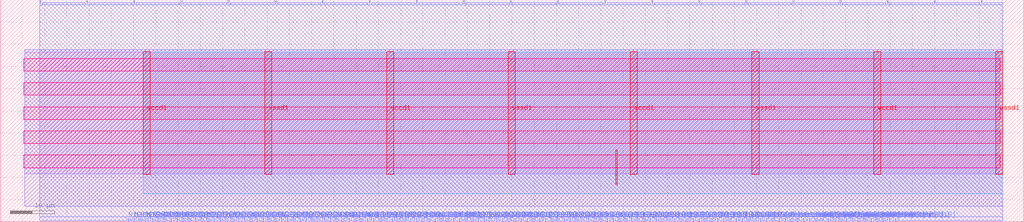
<source format=lef>
VERSION 5.7 ;
  NOWIREEXTENSIONATPIN ON ;
  DIVIDERCHAR "/" ;
  BUSBITCHARS "[]" ;
MACRO N_term_single
  CLASS BLOCK ;
  FOREIGN N_term_single ;
  ORIGIN 0.000 0.000 ;
  SIZE 230.000 BY 50.000 ;
  PIN Ci
    DIRECTION INPUT ;
    USE SIGNAL ;
    PORT
      LAYER met2 ;
        RECT 173.510 0.000 173.790 0.800 ;
    END
  END Ci
  PIN FrameStrobe[0]
    DIRECTION INPUT ;
    USE SIGNAL ;
    ANTENNAGATEAREA 0.196500 ;
    PORT
      LAYER met2 ;
        RECT 174.890 0.000 175.170 0.800 ;
    END
  END FrameStrobe[0]
  PIN FrameStrobe[10]
    DIRECTION INPUT ;
    USE SIGNAL ;
    ANTENNAGATEAREA 0.196500 ;
    PORT
      LAYER met2 ;
        RECT 188.690 0.000 188.970 0.800 ;
    END
  END FrameStrobe[10]
  PIN FrameStrobe[11]
    DIRECTION INPUT ;
    USE SIGNAL ;
    ANTENNAGATEAREA 0.196500 ;
    PORT
      LAYER met2 ;
        RECT 190.070 0.000 190.350 0.800 ;
    END
  END FrameStrobe[11]
  PIN FrameStrobe[12]
    DIRECTION INPUT ;
    USE SIGNAL ;
    ANTENNAGATEAREA 0.196500 ;
    PORT
      LAYER met2 ;
        RECT 191.450 0.000 191.730 0.800 ;
    END
  END FrameStrobe[12]
  PIN FrameStrobe[13]
    DIRECTION INPUT ;
    USE SIGNAL ;
    ANTENNAGATEAREA 0.196500 ;
    PORT
      LAYER met2 ;
        RECT 192.830 0.000 193.110 0.800 ;
    END
  END FrameStrobe[13]
  PIN FrameStrobe[14]
    DIRECTION INPUT ;
    USE SIGNAL ;
    ANTENNAGATEAREA 0.196500 ;
    PORT
      LAYER met2 ;
        RECT 194.210 0.000 194.490 0.800 ;
    END
  END FrameStrobe[14]
  PIN FrameStrobe[15]
    DIRECTION INPUT ;
    USE SIGNAL ;
    ANTENNAGATEAREA 0.196500 ;
    PORT
      LAYER met2 ;
        RECT 195.590 0.000 195.870 0.800 ;
    END
  END FrameStrobe[15]
  PIN FrameStrobe[16]
    DIRECTION INPUT ;
    USE SIGNAL ;
    ANTENNAGATEAREA 0.196500 ;
    PORT
      LAYER met2 ;
        RECT 196.970 0.000 197.250 0.800 ;
    END
  END FrameStrobe[16]
  PIN FrameStrobe[17]
    DIRECTION INPUT ;
    USE SIGNAL ;
    ANTENNAGATEAREA 0.196500 ;
    PORT
      LAYER met2 ;
        RECT 198.350 0.000 198.630 0.800 ;
    END
  END FrameStrobe[17]
  PIN FrameStrobe[18]
    DIRECTION INPUT ;
    USE SIGNAL ;
    ANTENNAGATEAREA 0.196500 ;
    PORT
      LAYER met2 ;
        RECT 199.730 0.000 200.010 0.800 ;
    END
  END FrameStrobe[18]
  PIN FrameStrobe[19]
    DIRECTION INPUT ;
    USE SIGNAL ;
    ANTENNAGATEAREA 0.196500 ;
    PORT
      LAYER met2 ;
        RECT 201.110 0.000 201.390 0.800 ;
    END
  END FrameStrobe[19]
  PIN FrameStrobe[1]
    DIRECTION INPUT ;
    USE SIGNAL ;
    ANTENNAGATEAREA 0.196500 ;
    PORT
      LAYER met2 ;
        RECT 176.270 0.000 176.550 0.800 ;
    END
  END FrameStrobe[1]
  PIN FrameStrobe[2]
    DIRECTION INPUT ;
    USE SIGNAL ;
    ANTENNAGATEAREA 0.196500 ;
    PORT
      LAYER met2 ;
        RECT 177.650 0.000 177.930 0.800 ;
    END
  END FrameStrobe[2]
  PIN FrameStrobe[3]
    DIRECTION INPUT ;
    USE SIGNAL ;
    ANTENNAGATEAREA 0.196500 ;
    PORT
      LAYER met2 ;
        RECT 179.030 0.000 179.310 0.800 ;
    END
  END FrameStrobe[3]
  PIN FrameStrobe[4]
    DIRECTION INPUT ;
    USE SIGNAL ;
    ANTENNAGATEAREA 0.196500 ;
    PORT
      LAYER met2 ;
        RECT 180.410 0.000 180.690 0.800 ;
    END
  END FrameStrobe[4]
  PIN FrameStrobe[5]
    DIRECTION INPUT ;
    USE SIGNAL ;
    ANTENNAGATEAREA 0.196500 ;
    PORT
      LAYER met2 ;
        RECT 181.790 0.000 182.070 0.800 ;
    END
  END FrameStrobe[5]
  PIN FrameStrobe[6]
    DIRECTION INPUT ;
    USE SIGNAL ;
    ANTENNAGATEAREA 0.196500 ;
    PORT
      LAYER met2 ;
        RECT 183.170 0.000 183.450 0.800 ;
    END
  END FrameStrobe[6]
  PIN FrameStrobe[7]
    DIRECTION INPUT ;
    USE SIGNAL ;
    ANTENNAGATEAREA 0.196500 ;
    PORT
      LAYER met2 ;
        RECT 184.550 0.000 184.830 0.800 ;
    END
  END FrameStrobe[7]
  PIN FrameStrobe[8]
    DIRECTION INPUT ;
    USE SIGNAL ;
    ANTENNAGATEAREA 0.196500 ;
    PORT
      LAYER met2 ;
        RECT 185.930 0.000 186.210 0.800 ;
    END
  END FrameStrobe[8]
  PIN FrameStrobe[9]
    DIRECTION INPUT ;
    USE SIGNAL ;
    ANTENNAGATEAREA 0.196500 ;
    PORT
      LAYER met2 ;
        RECT 187.310 0.000 187.590 0.800 ;
    END
  END FrameStrobe[9]
  PIN FrameStrobe_O[0]
    DIRECTION OUTPUT TRISTATE ;
    USE SIGNAL ;
    ANTENNADIFFAREA 0.795200 ;
    PORT
      LAYER met2 ;
        RECT 19.410 49.200 19.690 50.000 ;
    END
  END FrameStrobe_O[0]
  PIN FrameStrobe_O[10]
    DIRECTION OUTPUT TRISTATE ;
    USE SIGNAL ;
    ANTENNADIFFAREA 0.795200 ;
    PORT
      LAYER met2 ;
        RECT 125.210 49.200 125.490 50.000 ;
    END
  END FrameStrobe_O[10]
  PIN FrameStrobe_O[11]
    DIRECTION OUTPUT TRISTATE ;
    USE SIGNAL ;
    ANTENNADIFFAREA 0.795200 ;
    PORT
      LAYER met2 ;
        RECT 135.790 49.200 136.070 50.000 ;
    END
  END FrameStrobe_O[11]
  PIN FrameStrobe_O[12]
    DIRECTION OUTPUT TRISTATE ;
    USE SIGNAL ;
    ANTENNADIFFAREA 0.795200 ;
    PORT
      LAYER met2 ;
        RECT 146.370 49.200 146.650 50.000 ;
    END
  END FrameStrobe_O[12]
  PIN FrameStrobe_O[13]
    DIRECTION OUTPUT TRISTATE ;
    USE SIGNAL ;
    ANTENNADIFFAREA 0.795200 ;
    PORT
      LAYER met2 ;
        RECT 156.950 49.200 157.230 50.000 ;
    END
  END FrameStrobe_O[13]
  PIN FrameStrobe_O[14]
    DIRECTION OUTPUT TRISTATE ;
    USE SIGNAL ;
    ANTENNADIFFAREA 0.795200 ;
    PORT
      LAYER met2 ;
        RECT 167.530 49.200 167.810 50.000 ;
    END
  END FrameStrobe_O[14]
  PIN FrameStrobe_O[15]
    DIRECTION OUTPUT TRISTATE ;
    USE SIGNAL ;
    ANTENNADIFFAREA 0.795200 ;
    PORT
      LAYER met2 ;
        RECT 178.110 49.200 178.390 50.000 ;
    END
  END FrameStrobe_O[15]
  PIN FrameStrobe_O[16]
    DIRECTION OUTPUT TRISTATE ;
    USE SIGNAL ;
    ANTENNADIFFAREA 0.795200 ;
    PORT
      LAYER met2 ;
        RECT 188.690 49.200 188.970 50.000 ;
    END
  END FrameStrobe_O[16]
  PIN FrameStrobe_O[17]
    DIRECTION OUTPUT TRISTATE ;
    USE SIGNAL ;
    ANTENNADIFFAREA 0.795200 ;
    PORT
      LAYER met2 ;
        RECT 199.270 49.200 199.550 50.000 ;
    END
  END FrameStrobe_O[17]
  PIN FrameStrobe_O[18]
    DIRECTION OUTPUT TRISTATE ;
    USE SIGNAL ;
    ANTENNADIFFAREA 0.795200 ;
    PORT
      LAYER met2 ;
        RECT 209.850 49.200 210.130 50.000 ;
    END
  END FrameStrobe_O[18]
  PIN FrameStrobe_O[19]
    DIRECTION OUTPUT TRISTATE ;
    USE SIGNAL ;
    ANTENNADIFFAREA 0.795200 ;
    PORT
      LAYER met2 ;
        RECT 220.430 49.200 220.710 50.000 ;
    END
  END FrameStrobe_O[19]
  PIN FrameStrobe_O[1]
    DIRECTION OUTPUT TRISTATE ;
    USE SIGNAL ;
    ANTENNADIFFAREA 0.795200 ;
    PORT
      LAYER met2 ;
        RECT 29.990 49.200 30.270 50.000 ;
    END
  END FrameStrobe_O[1]
  PIN FrameStrobe_O[2]
    DIRECTION OUTPUT TRISTATE ;
    USE SIGNAL ;
    ANTENNADIFFAREA 0.795200 ;
    PORT
      LAYER met2 ;
        RECT 40.570 49.200 40.850 50.000 ;
    END
  END FrameStrobe_O[2]
  PIN FrameStrobe_O[3]
    DIRECTION OUTPUT TRISTATE ;
    USE SIGNAL ;
    ANTENNADIFFAREA 0.795200 ;
    PORT
      LAYER met2 ;
        RECT 51.150 49.200 51.430 50.000 ;
    END
  END FrameStrobe_O[3]
  PIN FrameStrobe_O[4]
    DIRECTION OUTPUT TRISTATE ;
    USE SIGNAL ;
    ANTENNADIFFAREA 0.795200 ;
    PORT
      LAYER met2 ;
        RECT 61.730 49.200 62.010 50.000 ;
    END
  END FrameStrobe_O[4]
  PIN FrameStrobe_O[5]
    DIRECTION OUTPUT TRISTATE ;
    USE SIGNAL ;
    ANTENNADIFFAREA 0.795200 ;
    PORT
      LAYER met2 ;
        RECT 72.310 49.200 72.590 50.000 ;
    END
  END FrameStrobe_O[5]
  PIN FrameStrobe_O[6]
    DIRECTION OUTPUT TRISTATE ;
    USE SIGNAL ;
    ANTENNADIFFAREA 0.795200 ;
    PORT
      LAYER met2 ;
        RECT 82.890 49.200 83.170 50.000 ;
    END
  END FrameStrobe_O[6]
  PIN FrameStrobe_O[7]
    DIRECTION OUTPUT TRISTATE ;
    USE SIGNAL ;
    ANTENNADIFFAREA 0.795200 ;
    PORT
      LAYER met2 ;
        RECT 93.470 49.200 93.750 50.000 ;
    END
  END FrameStrobe_O[7]
  PIN FrameStrobe_O[8]
    DIRECTION OUTPUT TRISTATE ;
    USE SIGNAL ;
    ANTENNADIFFAREA 0.795200 ;
    PORT
      LAYER met2 ;
        RECT 104.050 49.200 104.330 50.000 ;
    END
  END FrameStrobe_O[8]
  PIN FrameStrobe_O[9]
    DIRECTION OUTPUT TRISTATE ;
    USE SIGNAL ;
    ANTENNADIFFAREA 0.795200 ;
    PORT
      LAYER met2 ;
        RECT 114.630 49.200 114.910 50.000 ;
    END
  END FrameStrobe_O[9]
  PIN N1END[0]
    DIRECTION INPUT ;
    USE SIGNAL ;
    ANTENNAGATEAREA 0.196500 ;
    PORT
      LAYER met2 ;
        RECT 28.610 0.000 28.890 0.800 ;
    END
  END N1END[0]
  PIN N1END[1]
    DIRECTION INPUT ;
    USE SIGNAL ;
    ANTENNAGATEAREA 0.196500 ;
    PORT
      LAYER met2 ;
        RECT 29.990 0.000 30.270 0.800 ;
    END
  END N1END[1]
  PIN N1END[2]
    DIRECTION INPUT ;
    USE SIGNAL ;
    ANTENNAGATEAREA 0.196500 ;
    PORT
      LAYER met2 ;
        RECT 31.370 0.000 31.650 0.800 ;
    END
  END N1END[2]
  PIN N1END[3]
    DIRECTION INPUT ;
    USE SIGNAL ;
    ANTENNAGATEAREA 0.196500 ;
    PORT
      LAYER met2 ;
        RECT 32.750 0.000 33.030 0.800 ;
    END
  END N1END[3]
  PIN N2END[0]
    DIRECTION INPUT ;
    USE SIGNAL ;
    ANTENNAGATEAREA 0.196500 ;
    PORT
      LAYER met2 ;
        RECT 45.170 0.000 45.450 0.800 ;
    END
  END N2END[0]
  PIN N2END[1]
    DIRECTION INPUT ;
    USE SIGNAL ;
    ANTENNAGATEAREA 0.196500 ;
    PORT
      LAYER met2 ;
        RECT 46.550 0.000 46.830 0.800 ;
    END
  END N2END[1]
  PIN N2END[2]
    DIRECTION INPUT ;
    USE SIGNAL ;
    ANTENNAGATEAREA 0.196500 ;
    PORT
      LAYER met2 ;
        RECT 47.930 0.000 48.210 0.800 ;
    END
  END N2END[2]
  PIN N2END[3]
    DIRECTION INPUT ;
    USE SIGNAL ;
    ANTENNAGATEAREA 0.196500 ;
    PORT
      LAYER met2 ;
        RECT 49.310 0.000 49.590 0.800 ;
    END
  END N2END[3]
  PIN N2END[4]
    DIRECTION INPUT ;
    USE SIGNAL ;
    ANTENNAGATEAREA 0.196500 ;
    PORT
      LAYER met2 ;
        RECT 50.690 0.000 50.970 0.800 ;
    END
  END N2END[4]
  PIN N2END[5]
    DIRECTION INPUT ;
    USE SIGNAL ;
    ANTENNAGATEAREA 0.196500 ;
    PORT
      LAYER met2 ;
        RECT 52.070 0.000 52.350 0.800 ;
    END
  END N2END[5]
  PIN N2END[6]
    DIRECTION INPUT ;
    USE SIGNAL ;
    ANTENNAGATEAREA 0.196500 ;
    PORT
      LAYER met2 ;
        RECT 53.450 0.000 53.730 0.800 ;
    END
  END N2END[6]
  PIN N2END[7]
    DIRECTION INPUT ;
    USE SIGNAL ;
    ANTENNAGATEAREA 0.196500 ;
    PORT
      LAYER met2 ;
        RECT 54.830 0.000 55.110 0.800 ;
    END
  END N2END[7]
  PIN N2MID[0]
    DIRECTION INPUT ;
    USE SIGNAL ;
    ANTENNAGATEAREA 0.196500 ;
    PORT
      LAYER met2 ;
        RECT 34.130 0.000 34.410 0.800 ;
    END
  END N2MID[0]
  PIN N2MID[1]
    DIRECTION INPUT ;
    USE SIGNAL ;
    ANTENNAGATEAREA 0.196500 ;
    PORT
      LAYER met2 ;
        RECT 35.510 0.000 35.790 0.800 ;
    END
  END N2MID[1]
  PIN N2MID[2]
    DIRECTION INPUT ;
    USE SIGNAL ;
    ANTENNAGATEAREA 0.196500 ;
    PORT
      LAYER met2 ;
        RECT 36.890 0.000 37.170 0.800 ;
    END
  END N2MID[2]
  PIN N2MID[3]
    DIRECTION INPUT ;
    USE SIGNAL ;
    ANTENNAGATEAREA 0.196500 ;
    PORT
      LAYER met2 ;
        RECT 38.270 0.000 38.550 0.800 ;
    END
  END N2MID[3]
  PIN N2MID[4]
    DIRECTION INPUT ;
    USE SIGNAL ;
    ANTENNAGATEAREA 0.196500 ;
    PORT
      LAYER met2 ;
        RECT 39.650 0.000 39.930 0.800 ;
    END
  END N2MID[4]
  PIN N2MID[5]
    DIRECTION INPUT ;
    USE SIGNAL ;
    ANTENNAGATEAREA 0.196500 ;
    PORT
      LAYER met2 ;
        RECT 41.030 0.000 41.310 0.800 ;
    END
  END N2MID[5]
  PIN N2MID[6]
    DIRECTION INPUT ;
    USE SIGNAL ;
    ANTENNAGATEAREA 0.196500 ;
    PORT
      LAYER met2 ;
        RECT 42.410 0.000 42.690 0.800 ;
    END
  END N2MID[6]
  PIN N2MID[7]
    DIRECTION INPUT ;
    USE SIGNAL ;
    ANTENNAGATEAREA 0.196500 ;
    PORT
      LAYER met2 ;
        RECT 43.790 0.000 44.070 0.800 ;
    END
  END N2MID[7]
  PIN N4END[0]
    DIRECTION INPUT ;
    USE SIGNAL ;
    ANTENNAGATEAREA 0.196500 ;
    PORT
      LAYER met2 ;
        RECT 56.210 0.000 56.490 0.800 ;
    END
  END N4END[0]
  PIN N4END[10]
    DIRECTION INPUT ;
    USE SIGNAL ;
    ANTENNAGATEAREA 0.196500 ;
    PORT
      LAYER met2 ;
        RECT 70.010 0.000 70.290 0.800 ;
    END
  END N4END[10]
  PIN N4END[11]
    DIRECTION INPUT ;
    USE SIGNAL ;
    ANTENNAGATEAREA 0.196500 ;
    PORT
      LAYER met2 ;
        RECT 71.390 0.000 71.670 0.800 ;
    END
  END N4END[11]
  PIN N4END[12]
    DIRECTION INPUT ;
    USE SIGNAL ;
    ANTENNAGATEAREA 0.196500 ;
    PORT
      LAYER met2 ;
        RECT 72.770 0.000 73.050 0.800 ;
    END
  END N4END[12]
  PIN N4END[13]
    DIRECTION INPUT ;
    USE SIGNAL ;
    ANTENNAGATEAREA 0.196500 ;
    PORT
      LAYER met2 ;
        RECT 74.150 0.000 74.430 0.800 ;
    END
  END N4END[13]
  PIN N4END[14]
    DIRECTION INPUT ;
    USE SIGNAL ;
    ANTENNAGATEAREA 0.196500 ;
    PORT
      LAYER met2 ;
        RECT 75.530 0.000 75.810 0.800 ;
    END
  END N4END[14]
  PIN N4END[15]
    DIRECTION INPUT ;
    USE SIGNAL ;
    ANTENNAGATEAREA 0.196500 ;
    PORT
      LAYER met2 ;
        RECT 76.910 0.000 77.190 0.800 ;
    END
  END N4END[15]
  PIN N4END[1]
    DIRECTION INPUT ;
    USE SIGNAL ;
    ANTENNAGATEAREA 0.196500 ;
    PORT
      LAYER met2 ;
        RECT 57.590 0.000 57.870 0.800 ;
    END
  END N4END[1]
  PIN N4END[2]
    DIRECTION INPUT ;
    USE SIGNAL ;
    ANTENNAGATEAREA 0.196500 ;
    PORT
      LAYER met2 ;
        RECT 58.970 0.000 59.250 0.800 ;
    END
  END N4END[2]
  PIN N4END[3]
    DIRECTION INPUT ;
    USE SIGNAL ;
    ANTENNAGATEAREA 0.196500 ;
    PORT
      LAYER met2 ;
        RECT 60.350 0.000 60.630 0.800 ;
    END
  END N4END[3]
  PIN N4END[4]
    DIRECTION INPUT ;
    USE SIGNAL ;
    ANTENNAGATEAREA 0.196500 ;
    PORT
      LAYER met2 ;
        RECT 61.730 0.000 62.010 0.800 ;
    END
  END N4END[4]
  PIN N4END[5]
    DIRECTION INPUT ;
    USE SIGNAL ;
    ANTENNAGATEAREA 0.196500 ;
    PORT
      LAYER met2 ;
        RECT 63.110 0.000 63.390 0.800 ;
    END
  END N4END[5]
  PIN N4END[6]
    DIRECTION INPUT ;
    USE SIGNAL ;
    ANTENNAGATEAREA 0.196500 ;
    PORT
      LAYER met2 ;
        RECT 64.490 0.000 64.770 0.800 ;
    END
  END N4END[6]
  PIN N4END[7]
    DIRECTION INPUT ;
    USE SIGNAL ;
    ANTENNAGATEAREA 0.196500 ;
    PORT
      LAYER met2 ;
        RECT 65.870 0.000 66.150 0.800 ;
    END
  END N4END[7]
  PIN N4END[8]
    DIRECTION INPUT ;
    USE SIGNAL ;
    ANTENNAGATEAREA 0.196500 ;
    PORT
      LAYER met2 ;
        RECT 67.250 0.000 67.530 0.800 ;
    END
  END N4END[8]
  PIN N4END[9]
    DIRECTION INPUT ;
    USE SIGNAL ;
    ANTENNAGATEAREA 0.196500 ;
    PORT
      LAYER met2 ;
        RECT 68.630 0.000 68.910 0.800 ;
    END
  END N4END[9]
  PIN NN4END[0]
    DIRECTION INPUT ;
    USE SIGNAL ;
    ANTENNAGATEAREA 0.196500 ;
    PORT
      LAYER met2 ;
        RECT 78.290 0.000 78.570 0.800 ;
    END
  END NN4END[0]
  PIN NN4END[10]
    DIRECTION INPUT ;
    USE SIGNAL ;
    ANTENNAGATEAREA 0.196500 ;
    PORT
      LAYER met2 ;
        RECT 92.090 0.000 92.370 0.800 ;
    END
  END NN4END[10]
  PIN NN4END[11]
    DIRECTION INPUT ;
    USE SIGNAL ;
    ANTENNAGATEAREA 0.196500 ;
    PORT
      LAYER met2 ;
        RECT 93.470 0.000 93.750 0.800 ;
    END
  END NN4END[11]
  PIN NN4END[12]
    DIRECTION INPUT ;
    USE SIGNAL ;
    ANTENNAGATEAREA 0.196500 ;
    PORT
      LAYER met2 ;
        RECT 94.850 0.000 95.130 0.800 ;
    END
  END NN4END[12]
  PIN NN4END[13]
    DIRECTION INPUT ;
    USE SIGNAL ;
    ANTENNAGATEAREA 0.196500 ;
    PORT
      LAYER met2 ;
        RECT 96.230 0.000 96.510 0.800 ;
    END
  END NN4END[13]
  PIN NN4END[14]
    DIRECTION INPUT ;
    USE SIGNAL ;
    ANTENNAGATEAREA 0.196500 ;
    PORT
      LAYER met2 ;
        RECT 97.610 0.000 97.890 0.800 ;
    END
  END NN4END[14]
  PIN NN4END[15]
    DIRECTION INPUT ;
    USE SIGNAL ;
    ANTENNAGATEAREA 0.196500 ;
    PORT
      LAYER met2 ;
        RECT 98.990 0.000 99.270 0.800 ;
    END
  END NN4END[15]
  PIN NN4END[1]
    DIRECTION INPUT ;
    USE SIGNAL ;
    ANTENNAGATEAREA 0.196500 ;
    PORT
      LAYER met2 ;
        RECT 79.670 0.000 79.950 0.800 ;
    END
  END NN4END[1]
  PIN NN4END[2]
    DIRECTION INPUT ;
    USE SIGNAL ;
    ANTENNAGATEAREA 0.196500 ;
    PORT
      LAYER met2 ;
        RECT 81.050 0.000 81.330 0.800 ;
    END
  END NN4END[2]
  PIN NN4END[3]
    DIRECTION INPUT ;
    USE SIGNAL ;
    ANTENNAGATEAREA 0.196500 ;
    PORT
      LAYER met2 ;
        RECT 82.430 0.000 82.710 0.800 ;
    END
  END NN4END[3]
  PIN NN4END[4]
    DIRECTION INPUT ;
    USE SIGNAL ;
    ANTENNAGATEAREA 0.196500 ;
    PORT
      LAYER met2 ;
        RECT 83.810 0.000 84.090 0.800 ;
    END
  END NN4END[4]
  PIN NN4END[5]
    DIRECTION INPUT ;
    USE SIGNAL ;
    ANTENNAGATEAREA 0.196500 ;
    PORT
      LAYER met2 ;
        RECT 85.190 0.000 85.470 0.800 ;
    END
  END NN4END[5]
  PIN NN4END[6]
    DIRECTION INPUT ;
    USE SIGNAL ;
    ANTENNAGATEAREA 0.196500 ;
    PORT
      LAYER met2 ;
        RECT 86.570 0.000 86.850 0.800 ;
    END
  END NN4END[6]
  PIN NN4END[7]
    DIRECTION INPUT ;
    USE SIGNAL ;
    ANTENNAGATEAREA 0.196500 ;
    PORT
      LAYER met2 ;
        RECT 87.950 0.000 88.230 0.800 ;
    END
  END NN4END[7]
  PIN NN4END[8]
    DIRECTION INPUT ;
    USE SIGNAL ;
    ANTENNAGATEAREA 0.196500 ;
    PORT
      LAYER met2 ;
        RECT 89.330 0.000 89.610 0.800 ;
    END
  END NN4END[8]
  PIN NN4END[9]
    DIRECTION INPUT ;
    USE SIGNAL ;
    ANTENNAGATEAREA 0.196500 ;
    PORT
      LAYER met2 ;
        RECT 90.710 0.000 90.990 0.800 ;
    END
  END NN4END[9]
  PIN S1BEG[0]
    DIRECTION OUTPUT TRISTATE ;
    USE SIGNAL ;
    ANTENNADIFFAREA 0.795200 ;
    PORT
      LAYER met2 ;
        RECT 100.370 0.000 100.650 0.800 ;
    END
  END S1BEG[0]
  PIN S1BEG[1]
    DIRECTION OUTPUT TRISTATE ;
    USE SIGNAL ;
    ANTENNADIFFAREA 0.795200 ;
    PORT
      LAYER met2 ;
        RECT 101.750 0.000 102.030 0.800 ;
    END
  END S1BEG[1]
  PIN S1BEG[2]
    DIRECTION OUTPUT TRISTATE ;
    USE SIGNAL ;
    ANTENNADIFFAREA 0.795200 ;
    PORT
      LAYER met2 ;
        RECT 103.130 0.000 103.410 0.800 ;
    END
  END S1BEG[2]
  PIN S1BEG[3]
    DIRECTION OUTPUT TRISTATE ;
    USE SIGNAL ;
    ANTENNADIFFAREA 0.795200 ;
    PORT
      LAYER met2 ;
        RECT 104.510 0.000 104.790 0.800 ;
    END
  END S1BEG[3]
  PIN S2BEG[0]
    DIRECTION OUTPUT TRISTATE ;
    USE SIGNAL ;
    ANTENNADIFFAREA 0.795200 ;
    PORT
      LAYER met2 ;
        RECT 116.930 0.000 117.210 0.800 ;
    END
  END S2BEG[0]
  PIN S2BEG[1]
    DIRECTION OUTPUT TRISTATE ;
    USE SIGNAL ;
    ANTENNADIFFAREA 0.795200 ;
    PORT
      LAYER met2 ;
        RECT 118.310 0.000 118.590 0.800 ;
    END
  END S2BEG[1]
  PIN S2BEG[2]
    DIRECTION OUTPUT TRISTATE ;
    USE SIGNAL ;
    ANTENNADIFFAREA 0.795200 ;
    PORT
      LAYER met2 ;
        RECT 119.690 0.000 119.970 0.800 ;
    END
  END S2BEG[2]
  PIN S2BEG[3]
    DIRECTION OUTPUT TRISTATE ;
    USE SIGNAL ;
    ANTENNADIFFAREA 0.795200 ;
    PORT
      LAYER met2 ;
        RECT 121.070 0.000 121.350 0.800 ;
    END
  END S2BEG[3]
  PIN S2BEG[4]
    DIRECTION OUTPUT TRISTATE ;
    USE SIGNAL ;
    ANTENNADIFFAREA 0.795200 ;
    PORT
      LAYER met2 ;
        RECT 122.450 0.000 122.730 0.800 ;
    END
  END S2BEG[4]
  PIN S2BEG[5]
    DIRECTION OUTPUT TRISTATE ;
    USE SIGNAL ;
    ANTENNADIFFAREA 0.795200 ;
    PORT
      LAYER met2 ;
        RECT 123.830 0.000 124.110 0.800 ;
    END
  END S2BEG[5]
  PIN S2BEG[6]
    DIRECTION OUTPUT TRISTATE ;
    USE SIGNAL ;
    ANTENNADIFFAREA 0.795200 ;
    PORT
      LAYER met2 ;
        RECT 125.210 0.000 125.490 0.800 ;
    END
  END S2BEG[6]
  PIN S2BEG[7]
    DIRECTION OUTPUT TRISTATE ;
    USE SIGNAL ;
    ANTENNADIFFAREA 0.795200 ;
    PORT
      LAYER met2 ;
        RECT 126.590 0.000 126.870 0.800 ;
    END
  END S2BEG[7]
  PIN S2BEGb[0]
    DIRECTION OUTPUT TRISTATE ;
    USE SIGNAL ;
    ANTENNADIFFAREA 0.795200 ;
    PORT
      LAYER met2 ;
        RECT 105.890 0.000 106.170 0.800 ;
    END
  END S2BEGb[0]
  PIN S2BEGb[1]
    DIRECTION OUTPUT TRISTATE ;
    USE SIGNAL ;
    ANTENNADIFFAREA 0.795200 ;
    PORT
      LAYER met2 ;
        RECT 107.270 0.000 107.550 0.800 ;
    END
  END S2BEGb[1]
  PIN S2BEGb[2]
    DIRECTION OUTPUT TRISTATE ;
    USE SIGNAL ;
    ANTENNADIFFAREA 0.795200 ;
    PORT
      LAYER met2 ;
        RECT 108.650 0.000 108.930 0.800 ;
    END
  END S2BEGb[2]
  PIN S2BEGb[3]
    DIRECTION OUTPUT TRISTATE ;
    USE SIGNAL ;
    ANTENNADIFFAREA 0.795200 ;
    PORT
      LAYER met2 ;
        RECT 110.030 0.000 110.310 0.800 ;
    END
  END S2BEGb[3]
  PIN S2BEGb[4]
    DIRECTION OUTPUT TRISTATE ;
    USE SIGNAL ;
    ANTENNADIFFAREA 0.795200 ;
    PORT
      LAYER met2 ;
        RECT 111.410 0.000 111.690 0.800 ;
    END
  END S2BEGb[4]
  PIN S2BEGb[5]
    DIRECTION OUTPUT TRISTATE ;
    USE SIGNAL ;
    ANTENNADIFFAREA 0.795200 ;
    PORT
      LAYER met2 ;
        RECT 112.790 0.000 113.070 0.800 ;
    END
  END S2BEGb[5]
  PIN S2BEGb[6]
    DIRECTION OUTPUT TRISTATE ;
    USE SIGNAL ;
    ANTENNADIFFAREA 0.795200 ;
    PORT
      LAYER met2 ;
        RECT 114.170 0.000 114.450 0.800 ;
    END
  END S2BEGb[6]
  PIN S2BEGb[7]
    DIRECTION OUTPUT TRISTATE ;
    USE SIGNAL ;
    ANTENNADIFFAREA 0.795200 ;
    PORT
      LAYER met2 ;
        RECT 115.550 0.000 115.830 0.800 ;
    END
  END S2BEGb[7]
  PIN S4BEG[0]
    DIRECTION OUTPUT TRISTATE ;
    USE SIGNAL ;
    ANTENNADIFFAREA 0.795200 ;
    PORT
      LAYER met2 ;
        RECT 127.970 0.000 128.250 0.800 ;
    END
  END S4BEG[0]
  PIN S4BEG[10]
    DIRECTION OUTPUT TRISTATE ;
    USE SIGNAL ;
    ANTENNADIFFAREA 0.795200 ;
    PORT
      LAYER met2 ;
        RECT 141.770 0.000 142.050 0.800 ;
    END
  END S4BEG[10]
  PIN S4BEG[11]
    DIRECTION OUTPUT TRISTATE ;
    USE SIGNAL ;
    ANTENNADIFFAREA 0.795200 ;
    PORT
      LAYER met2 ;
        RECT 143.150 0.000 143.430 0.800 ;
    END
  END S4BEG[11]
  PIN S4BEG[12]
    DIRECTION OUTPUT TRISTATE ;
    USE SIGNAL ;
    ANTENNADIFFAREA 0.795200 ;
    PORT
      LAYER met2 ;
        RECT 144.530 0.000 144.810 0.800 ;
    END
  END S4BEG[12]
  PIN S4BEG[13]
    DIRECTION OUTPUT TRISTATE ;
    USE SIGNAL ;
    ANTENNADIFFAREA 0.795200 ;
    PORT
      LAYER met2 ;
        RECT 145.910 0.000 146.190 0.800 ;
    END
  END S4BEG[13]
  PIN S4BEG[14]
    DIRECTION OUTPUT TRISTATE ;
    USE SIGNAL ;
    ANTENNADIFFAREA 0.795200 ;
    PORT
      LAYER met2 ;
        RECT 147.290 0.000 147.570 0.800 ;
    END
  END S4BEG[14]
  PIN S4BEG[15]
    DIRECTION OUTPUT TRISTATE ;
    USE SIGNAL ;
    ANTENNADIFFAREA 0.795200 ;
    PORT
      LAYER met2 ;
        RECT 148.670 0.000 148.950 0.800 ;
    END
  END S4BEG[15]
  PIN S4BEG[1]
    DIRECTION OUTPUT TRISTATE ;
    USE SIGNAL ;
    ANTENNADIFFAREA 0.795200 ;
    PORT
      LAYER met2 ;
        RECT 129.350 0.000 129.630 0.800 ;
    END
  END S4BEG[1]
  PIN S4BEG[2]
    DIRECTION OUTPUT TRISTATE ;
    USE SIGNAL ;
    ANTENNADIFFAREA 0.795200 ;
    PORT
      LAYER met2 ;
        RECT 130.730 0.000 131.010 0.800 ;
    END
  END S4BEG[2]
  PIN S4BEG[3]
    DIRECTION OUTPUT TRISTATE ;
    USE SIGNAL ;
    ANTENNADIFFAREA 0.795200 ;
    PORT
      LAYER met2 ;
        RECT 132.110 0.000 132.390 0.800 ;
    END
  END S4BEG[3]
  PIN S4BEG[4]
    DIRECTION OUTPUT TRISTATE ;
    USE SIGNAL ;
    ANTENNADIFFAREA 0.795200 ;
    PORT
      LAYER met2 ;
        RECT 133.490 0.000 133.770 0.800 ;
    END
  END S4BEG[4]
  PIN S4BEG[5]
    DIRECTION OUTPUT TRISTATE ;
    USE SIGNAL ;
    ANTENNADIFFAREA 0.795200 ;
    PORT
      LAYER met2 ;
        RECT 134.870 0.000 135.150 0.800 ;
    END
  END S4BEG[5]
  PIN S4BEG[6]
    DIRECTION OUTPUT TRISTATE ;
    USE SIGNAL ;
    ANTENNADIFFAREA 0.795200 ;
    PORT
      LAYER met2 ;
        RECT 136.250 0.000 136.530 0.800 ;
    END
  END S4BEG[6]
  PIN S4BEG[7]
    DIRECTION OUTPUT TRISTATE ;
    USE SIGNAL ;
    ANTENNADIFFAREA 0.795200 ;
    PORT
      LAYER met2 ;
        RECT 137.630 0.000 137.910 0.800 ;
    END
  END S4BEG[7]
  PIN S4BEG[8]
    DIRECTION OUTPUT TRISTATE ;
    USE SIGNAL ;
    ANTENNADIFFAREA 0.795200 ;
    PORT
      LAYER met2 ;
        RECT 139.010 0.000 139.290 0.800 ;
    END
  END S4BEG[8]
  PIN S4BEG[9]
    DIRECTION OUTPUT TRISTATE ;
    USE SIGNAL ;
    ANTENNADIFFAREA 0.795200 ;
    PORT
      LAYER met2 ;
        RECT 140.390 0.000 140.670 0.800 ;
    END
  END S4BEG[9]
  PIN SS4BEG[0]
    DIRECTION OUTPUT TRISTATE ;
    USE SIGNAL ;
    ANTENNADIFFAREA 0.795200 ;
    PORT
      LAYER met2 ;
        RECT 150.050 0.000 150.330 0.800 ;
    END
  END SS4BEG[0]
  PIN SS4BEG[10]
    DIRECTION OUTPUT TRISTATE ;
    USE SIGNAL ;
    ANTENNADIFFAREA 0.795200 ;
    PORT
      LAYER met2 ;
        RECT 163.850 0.000 164.130 0.800 ;
    END
  END SS4BEG[10]
  PIN SS4BEG[11]
    DIRECTION OUTPUT TRISTATE ;
    USE SIGNAL ;
    ANTENNADIFFAREA 0.795200 ;
    PORT
      LAYER met2 ;
        RECT 165.230 0.000 165.510 0.800 ;
    END
  END SS4BEG[11]
  PIN SS4BEG[12]
    DIRECTION OUTPUT TRISTATE ;
    USE SIGNAL ;
    ANTENNADIFFAREA 0.795200 ;
    PORT
      LAYER met2 ;
        RECT 166.610 0.000 166.890 0.800 ;
    END
  END SS4BEG[12]
  PIN SS4BEG[13]
    DIRECTION OUTPUT TRISTATE ;
    USE SIGNAL ;
    ANTENNADIFFAREA 0.795200 ;
    PORT
      LAYER met2 ;
        RECT 167.990 0.000 168.270 0.800 ;
    END
  END SS4BEG[13]
  PIN SS4BEG[14]
    DIRECTION OUTPUT TRISTATE ;
    USE SIGNAL ;
    ANTENNADIFFAREA 0.795200 ;
    PORT
      LAYER met2 ;
        RECT 169.370 0.000 169.650 0.800 ;
    END
  END SS4BEG[14]
  PIN SS4BEG[15]
    DIRECTION OUTPUT TRISTATE ;
    USE SIGNAL ;
    ANTENNADIFFAREA 0.795200 ;
    PORT
      LAYER met2 ;
        RECT 170.750 0.000 171.030 0.800 ;
    END
  END SS4BEG[15]
  PIN SS4BEG[1]
    DIRECTION OUTPUT TRISTATE ;
    USE SIGNAL ;
    ANTENNADIFFAREA 0.795200 ;
    PORT
      LAYER met2 ;
        RECT 151.430 0.000 151.710 0.800 ;
    END
  END SS4BEG[1]
  PIN SS4BEG[2]
    DIRECTION OUTPUT TRISTATE ;
    USE SIGNAL ;
    ANTENNADIFFAREA 0.795200 ;
    PORT
      LAYER met2 ;
        RECT 152.810 0.000 153.090 0.800 ;
    END
  END SS4BEG[2]
  PIN SS4BEG[3]
    DIRECTION OUTPUT TRISTATE ;
    USE SIGNAL ;
    ANTENNADIFFAREA 0.795200 ;
    PORT
      LAYER met2 ;
        RECT 154.190 0.000 154.470 0.800 ;
    END
  END SS4BEG[3]
  PIN SS4BEG[4]
    DIRECTION OUTPUT TRISTATE ;
    USE SIGNAL ;
    ANTENNADIFFAREA 0.795200 ;
    PORT
      LAYER met2 ;
        RECT 155.570 0.000 155.850 0.800 ;
    END
  END SS4BEG[4]
  PIN SS4BEG[5]
    DIRECTION OUTPUT TRISTATE ;
    USE SIGNAL ;
    ANTENNADIFFAREA 0.795200 ;
    PORT
      LAYER met2 ;
        RECT 156.950 0.000 157.230 0.800 ;
    END
  END SS4BEG[5]
  PIN SS4BEG[6]
    DIRECTION OUTPUT TRISTATE ;
    USE SIGNAL ;
    ANTENNADIFFAREA 0.795200 ;
    PORT
      LAYER met2 ;
        RECT 158.330 0.000 158.610 0.800 ;
    END
  END SS4BEG[6]
  PIN SS4BEG[7]
    DIRECTION OUTPUT TRISTATE ;
    USE SIGNAL ;
    ANTENNADIFFAREA 0.795200 ;
    PORT
      LAYER met2 ;
        RECT 159.710 0.000 159.990 0.800 ;
    END
  END SS4BEG[7]
  PIN SS4BEG[8]
    DIRECTION OUTPUT TRISTATE ;
    USE SIGNAL ;
    ANTENNADIFFAREA 0.795200 ;
    PORT
      LAYER met2 ;
        RECT 161.090 0.000 161.370 0.800 ;
    END
  END SS4BEG[8]
  PIN SS4BEG[9]
    DIRECTION OUTPUT TRISTATE ;
    USE SIGNAL ;
    ANTENNADIFFAREA 0.795200 ;
    PORT
      LAYER met2 ;
        RECT 162.470 0.000 162.750 0.800 ;
    END
  END SS4BEG[9]
  PIN UserCLK
    DIRECTION INPUT ;
    USE SIGNAL ;
    ANTENNAGATEAREA 0.196500 ;
    PORT
      LAYER met2 ;
        RECT 172.130 0.000 172.410 0.800 ;
    END
  END UserCLK
  PIN UserCLKo
    DIRECTION OUTPUT TRISTATE ;
    USE SIGNAL ;
    ANTENNADIFFAREA 0.795200 ;
    PORT
      LAYER met2 ;
        RECT 8.830 49.200 9.110 50.000 ;
    END
  END UserCLKo
  PIN vccd1
    DIRECTION INOUT ;
    USE POWER ;
    PORT
      LAYER met4 ;
        RECT 32.085 10.640 33.685 38.320 ;
    END
    PORT
      LAYER met4 ;
        RECT 86.820 10.640 88.420 38.320 ;
    END
    PORT
      LAYER met4 ;
        RECT 141.555 10.640 143.155 38.320 ;
    END
    PORT
      LAYER met4 ;
        RECT 196.290 10.640 197.890 38.320 ;
    END
  END vccd1
  PIN vssd1
    DIRECTION INOUT ;
    USE GROUND ;
    PORT
      LAYER met4 ;
        RECT 59.450 10.640 61.050 38.320 ;
    END
    PORT
      LAYER met4 ;
        RECT 114.185 10.640 115.785 38.320 ;
    END
    PORT
      LAYER met4 ;
        RECT 168.920 10.640 170.520 38.320 ;
    END
    PORT
      LAYER met4 ;
        RECT 223.655 10.640 225.255 38.320 ;
    END
  END vssd1
  OBS
      LAYER nwell ;
        RECT 5.330 33.945 224.670 36.775 ;
        RECT 5.330 28.505 224.670 31.335 ;
        RECT 5.330 23.065 224.670 25.895 ;
        RECT 5.330 17.625 224.670 20.455 ;
        RECT 5.330 12.185 224.670 15.015 ;
      LAYER li1 ;
        RECT 5.520 10.795 224.480 38.165 ;
      LAYER met1 ;
        RECT 5.520 3.440 225.255 38.720 ;
      LAYER met2 ;
        RECT 9.390 48.920 19.130 49.370 ;
        RECT 19.970 48.920 29.710 49.370 ;
        RECT 30.550 48.920 40.290 49.370 ;
        RECT 41.130 48.920 50.870 49.370 ;
        RECT 51.710 48.920 61.450 49.370 ;
        RECT 62.290 48.920 72.030 49.370 ;
        RECT 72.870 48.920 82.610 49.370 ;
        RECT 83.450 48.920 93.190 49.370 ;
        RECT 94.030 48.920 103.770 49.370 ;
        RECT 104.610 48.920 114.350 49.370 ;
        RECT 115.190 48.920 124.930 49.370 ;
        RECT 125.770 48.920 135.510 49.370 ;
        RECT 136.350 48.920 146.090 49.370 ;
        RECT 146.930 48.920 156.670 49.370 ;
        RECT 157.510 48.920 167.250 49.370 ;
        RECT 168.090 48.920 177.830 49.370 ;
        RECT 178.670 48.920 188.410 49.370 ;
        RECT 189.250 48.920 198.990 49.370 ;
        RECT 199.830 48.920 209.570 49.370 ;
        RECT 210.410 48.920 220.150 49.370 ;
        RECT 220.990 48.920 225.225 49.370 ;
        RECT 8.840 1.080 225.225 48.920 ;
        RECT 8.840 0.270 28.330 1.080 ;
        RECT 29.170 0.270 29.710 1.080 ;
        RECT 30.550 0.270 31.090 1.080 ;
        RECT 31.930 0.270 32.470 1.080 ;
        RECT 33.310 0.270 33.850 1.080 ;
        RECT 34.690 0.270 35.230 1.080 ;
        RECT 36.070 0.270 36.610 1.080 ;
        RECT 37.450 0.270 37.990 1.080 ;
        RECT 38.830 0.270 39.370 1.080 ;
        RECT 40.210 0.270 40.750 1.080 ;
        RECT 41.590 0.270 42.130 1.080 ;
        RECT 42.970 0.270 43.510 1.080 ;
        RECT 44.350 0.270 44.890 1.080 ;
        RECT 45.730 0.270 46.270 1.080 ;
        RECT 47.110 0.270 47.650 1.080 ;
        RECT 48.490 0.270 49.030 1.080 ;
        RECT 49.870 0.270 50.410 1.080 ;
        RECT 51.250 0.270 51.790 1.080 ;
        RECT 52.630 0.270 53.170 1.080 ;
        RECT 54.010 0.270 54.550 1.080 ;
        RECT 55.390 0.270 55.930 1.080 ;
        RECT 56.770 0.270 57.310 1.080 ;
        RECT 58.150 0.270 58.690 1.080 ;
        RECT 59.530 0.270 60.070 1.080 ;
        RECT 60.910 0.270 61.450 1.080 ;
        RECT 62.290 0.270 62.830 1.080 ;
        RECT 63.670 0.270 64.210 1.080 ;
        RECT 65.050 0.270 65.590 1.080 ;
        RECT 66.430 0.270 66.970 1.080 ;
        RECT 67.810 0.270 68.350 1.080 ;
        RECT 69.190 0.270 69.730 1.080 ;
        RECT 70.570 0.270 71.110 1.080 ;
        RECT 71.950 0.270 72.490 1.080 ;
        RECT 73.330 0.270 73.870 1.080 ;
        RECT 74.710 0.270 75.250 1.080 ;
        RECT 76.090 0.270 76.630 1.080 ;
        RECT 77.470 0.270 78.010 1.080 ;
        RECT 78.850 0.270 79.390 1.080 ;
        RECT 80.230 0.270 80.770 1.080 ;
        RECT 81.610 0.270 82.150 1.080 ;
        RECT 82.990 0.270 83.530 1.080 ;
        RECT 84.370 0.270 84.910 1.080 ;
        RECT 85.750 0.270 86.290 1.080 ;
        RECT 87.130 0.270 87.670 1.080 ;
        RECT 88.510 0.270 89.050 1.080 ;
        RECT 89.890 0.270 90.430 1.080 ;
        RECT 91.270 0.270 91.810 1.080 ;
        RECT 92.650 0.270 93.190 1.080 ;
        RECT 94.030 0.270 94.570 1.080 ;
        RECT 95.410 0.270 95.950 1.080 ;
        RECT 96.790 0.270 97.330 1.080 ;
        RECT 98.170 0.270 98.710 1.080 ;
        RECT 99.550 0.270 100.090 1.080 ;
        RECT 100.930 0.270 101.470 1.080 ;
        RECT 102.310 0.270 102.850 1.080 ;
        RECT 103.690 0.270 104.230 1.080 ;
        RECT 105.070 0.270 105.610 1.080 ;
        RECT 106.450 0.270 106.990 1.080 ;
        RECT 107.830 0.270 108.370 1.080 ;
        RECT 109.210 0.270 109.750 1.080 ;
        RECT 110.590 0.270 111.130 1.080 ;
        RECT 111.970 0.270 112.510 1.080 ;
        RECT 113.350 0.270 113.890 1.080 ;
        RECT 114.730 0.270 115.270 1.080 ;
        RECT 116.110 0.270 116.650 1.080 ;
        RECT 117.490 0.270 118.030 1.080 ;
        RECT 118.870 0.270 119.410 1.080 ;
        RECT 120.250 0.270 120.790 1.080 ;
        RECT 121.630 0.270 122.170 1.080 ;
        RECT 123.010 0.270 123.550 1.080 ;
        RECT 124.390 0.270 124.930 1.080 ;
        RECT 125.770 0.270 126.310 1.080 ;
        RECT 127.150 0.270 127.690 1.080 ;
        RECT 128.530 0.270 129.070 1.080 ;
        RECT 129.910 0.270 130.450 1.080 ;
        RECT 131.290 0.270 131.830 1.080 ;
        RECT 132.670 0.270 133.210 1.080 ;
        RECT 134.050 0.270 134.590 1.080 ;
        RECT 135.430 0.270 135.970 1.080 ;
        RECT 136.810 0.270 137.350 1.080 ;
        RECT 138.190 0.270 138.730 1.080 ;
        RECT 139.570 0.270 140.110 1.080 ;
        RECT 140.950 0.270 141.490 1.080 ;
        RECT 142.330 0.270 142.870 1.080 ;
        RECT 143.710 0.270 144.250 1.080 ;
        RECT 145.090 0.270 145.630 1.080 ;
        RECT 146.470 0.270 147.010 1.080 ;
        RECT 147.850 0.270 148.390 1.080 ;
        RECT 149.230 0.270 149.770 1.080 ;
        RECT 150.610 0.270 151.150 1.080 ;
        RECT 151.990 0.270 152.530 1.080 ;
        RECT 153.370 0.270 153.910 1.080 ;
        RECT 154.750 0.270 155.290 1.080 ;
        RECT 156.130 0.270 156.670 1.080 ;
        RECT 157.510 0.270 158.050 1.080 ;
        RECT 158.890 0.270 159.430 1.080 ;
        RECT 160.270 0.270 160.810 1.080 ;
        RECT 161.650 0.270 162.190 1.080 ;
        RECT 163.030 0.270 163.570 1.080 ;
        RECT 164.410 0.270 164.950 1.080 ;
        RECT 165.790 0.270 166.330 1.080 ;
        RECT 167.170 0.270 167.710 1.080 ;
        RECT 168.550 0.270 169.090 1.080 ;
        RECT 169.930 0.270 170.470 1.080 ;
        RECT 171.310 0.270 171.850 1.080 ;
        RECT 172.690 0.270 173.230 1.080 ;
        RECT 174.070 0.270 174.610 1.080 ;
        RECT 175.450 0.270 175.990 1.080 ;
        RECT 176.830 0.270 177.370 1.080 ;
        RECT 178.210 0.270 178.750 1.080 ;
        RECT 179.590 0.270 180.130 1.080 ;
        RECT 180.970 0.270 181.510 1.080 ;
        RECT 182.350 0.270 182.890 1.080 ;
        RECT 183.730 0.270 184.270 1.080 ;
        RECT 185.110 0.270 185.650 1.080 ;
        RECT 186.490 0.270 187.030 1.080 ;
        RECT 187.870 0.270 188.410 1.080 ;
        RECT 189.250 0.270 189.790 1.080 ;
        RECT 190.630 0.270 191.170 1.080 ;
        RECT 192.010 0.270 192.550 1.080 ;
        RECT 193.390 0.270 193.930 1.080 ;
        RECT 194.770 0.270 195.310 1.080 ;
        RECT 196.150 0.270 196.690 1.080 ;
        RECT 197.530 0.270 198.070 1.080 ;
        RECT 198.910 0.270 199.450 1.080 ;
        RECT 200.290 0.270 200.830 1.080 ;
        RECT 201.670 0.270 225.225 1.080 ;
      LAYER met3 ;
        RECT 32.095 6.295 225.245 38.245 ;
      LAYER met4 ;
        RECT 138.295 8.335 138.625 16.145 ;
  END
END N_term_single
END LIBRARY


</source>
